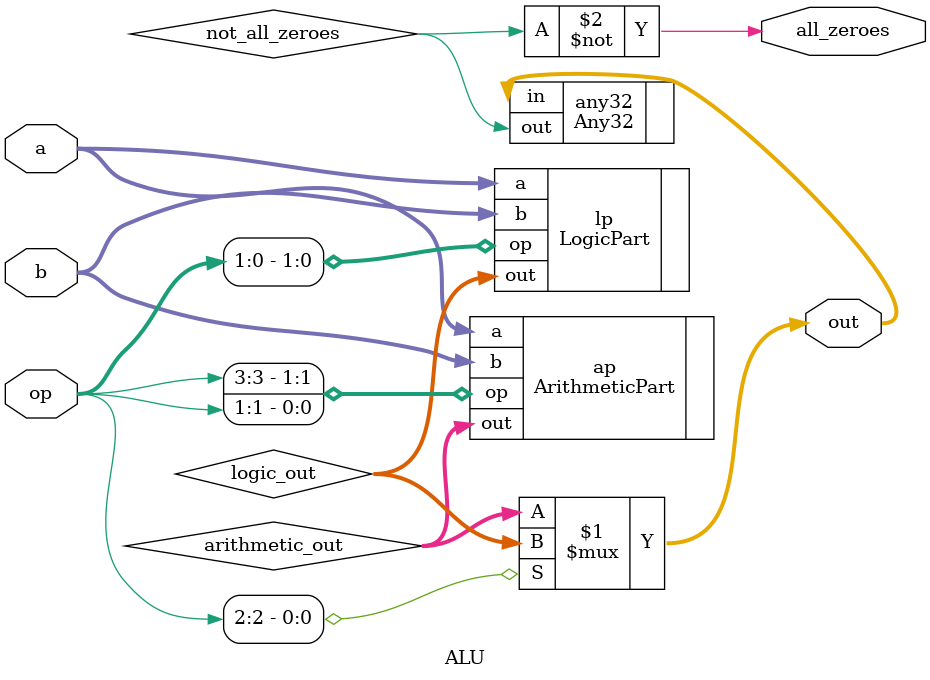
<source format=v>
`ifndef GUARD_ALU_V
`define GUARD_ALU_V

`include "ArithmeticPart.v"
`include "Any32.v"
`include "LogicPart.v"

module ALU (
    a,
    b,
    op,
    out,
    all_zeroes
);

    input [31:0] a;
    input [31:0] b;
    input [3:0] op;

    output [31:0] out;
    output all_zeroes;

    wire [31:0] arithmetic_out;
    wire [31:0] logic_out;
    wire not_all_zeroes;

    ArithmeticPart ap (
        .a(a),
        .b(b),
        .op({op[3], op[1]}),
        .out(arithmetic_out)
    );
    LogicPart lp (
        .a(a),
        .b(b),
        .op(op[1:0]),
        .out(logic_out)
    );

    assign out = op[2] ? logic_out : arithmetic_out;

    Any32 any32 (
        .in(out),
        .out(not_all_zeroes)
    );

    assign all_zeroes = ~not_all_zeroes;

endmodule // ALU

`endif

</source>
